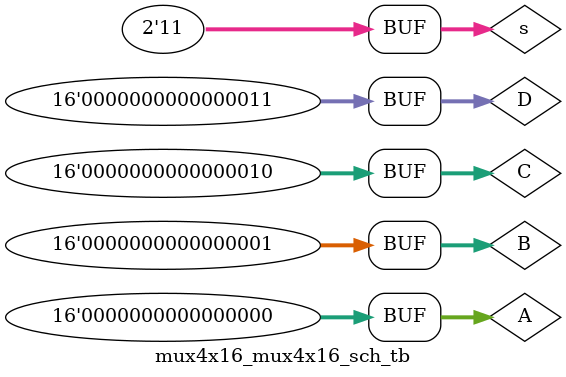
<source format=v>

`timescale 1ns / 1ps

module mux4x16_mux4x16_sch_tb();

// Inputs
   reg [15:0] A;
   reg [15:0] C;
   reg [15:0] B;
   reg [15:0] D;
   reg [1:0] s;

// Output
   wire [15:0] r;

// Bidirs

// Instantiate the UUT
   mux4x16 UUT (
		.A(A), 
		.C(C), 
		.B(B), 
		.D(D), 
		.r(r), 
		.s(s)
   );
// Initialize Inputs
       initial begin
		A = 0;
		C = 2;
		B = 1;
		D = 3;
		s = 0;
		#20;
		s = 1;
		#20;
		s = 2;
		#20;
		s = 3;
		end
endmodule

</source>
